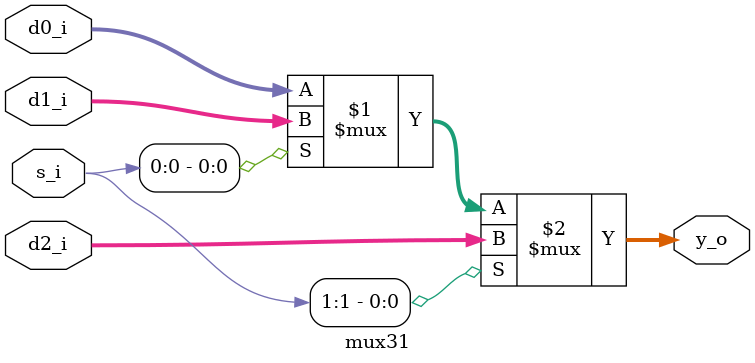
<source format=sv>
`timescale 1ns / 1ps

module mux31 (
    input    logic  [ 31 : 0 ]  d0_i,                        // Primera entrada del MUX 3:1
    input    logic  [ 31 : 0 ]  d1_i,                        // Segunda entrada del MUX 3:1
    input    logic  [ 31 : 0 ]  d2_i,                        // Tercera entrada del MUX 3:1
    input    logic  [ 1  : 0 ]  s_i,                         // Selector del MUX 3:1
    output   logic  [ 31 : 0 ]  y_o);                        // Salida del MUX 3:1
    
    assign    y_o = s_i[1] ? d2_i : (s_i[0] ? d1_i : d0_i);  // Lógica para el funcionamiento del MUX dependiendo del valor del selector 
    
endmodule

</source>
